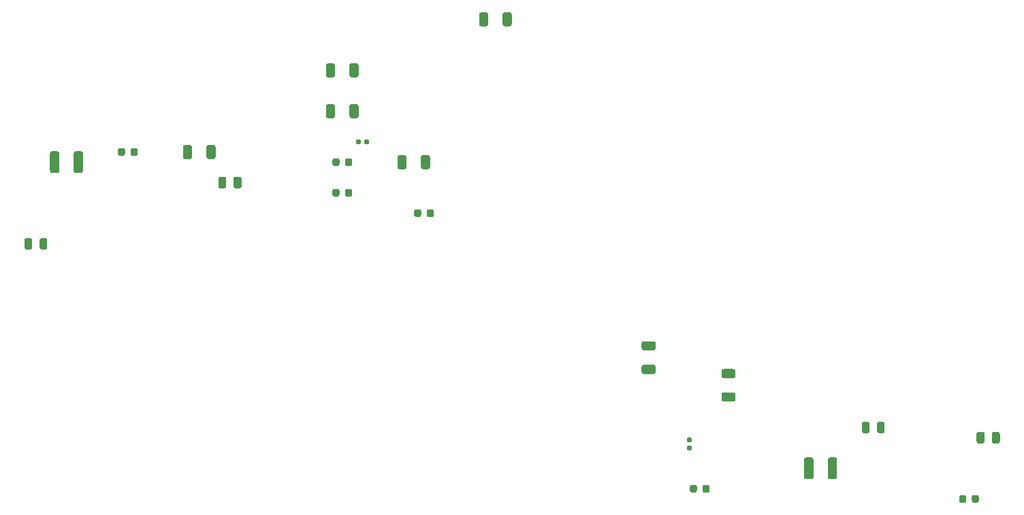
<source format=gbr>
%TF.GenerationSoftware,KiCad,Pcbnew,5.1.9*%
%TF.CreationDate,2021-04-08T17:50:56+05:30*%
%TF.ProjectId,protection,70726f74-6563-4746-996f-6e2e6b696361,rev?*%
%TF.SameCoordinates,Original*%
%TF.FileFunction,Paste,Top*%
%TF.FilePolarity,Positive*%
%FSLAX46Y46*%
G04 Gerber Fmt 4.6, Leading zero omitted, Abs format (unit mm)*
G04 Created by KiCad (PCBNEW 5.1.9) date 2021-04-08 17:50:56*
%MOMM*%
%LPD*%
G01*
G04 APERTURE LIST*
G04 APERTURE END LIST*
%TO.C,R1*%
G36*
G01*
X206384998Y-109042500D02*
X207635002Y-109042500D01*
G75*
G02*
X207885000Y-109292498I0J-249998D01*
G01*
X207885000Y-109917502D01*
G75*
G02*
X207635002Y-110167500I-249998J0D01*
G01*
X206384998Y-110167500D01*
G75*
G02*
X206135000Y-109917502I0J249998D01*
G01*
X206135000Y-109292498D01*
G75*
G02*
X206384998Y-109042500I249998J0D01*
G01*
G37*
G36*
G01*
X206384998Y-106117500D02*
X207635002Y-106117500D01*
G75*
G02*
X207885000Y-106367498I0J-249998D01*
G01*
X207885000Y-106992502D01*
G75*
G02*
X207635002Y-107242500I-249998J0D01*
G01*
X206384998Y-107242500D01*
G75*
G02*
X206135000Y-106992502I0J249998D01*
G01*
X206135000Y-106367498D01*
G75*
G02*
X206384998Y-106117500I249998J0D01*
G01*
G37*
%TD*%
%TO.C,R11*%
G36*
G01*
X152030000Y-83175002D02*
X152030000Y-81924998D01*
G75*
G02*
X152279998Y-81675000I249998J0D01*
G01*
X152905002Y-81675000D01*
G75*
G02*
X153155000Y-81924998I0J-249998D01*
G01*
X153155000Y-83175002D01*
G75*
G02*
X152905002Y-83425000I-249998J0D01*
G01*
X152279998Y-83425000D01*
G75*
G02*
X152030000Y-83175002I0J249998D01*
G01*
G37*
G36*
G01*
X149105000Y-83175002D02*
X149105000Y-81924998D01*
G75*
G02*
X149354998Y-81675000I249998J0D01*
G01*
X149980002Y-81675000D01*
G75*
G02*
X150230000Y-81924998I0J-249998D01*
G01*
X150230000Y-83175002D01*
G75*
G02*
X149980002Y-83425000I-249998J0D01*
G01*
X149354998Y-83425000D01*
G75*
G02*
X149105000Y-83175002I0J249998D01*
G01*
G37*
%TD*%
%TO.C,R9*%
G36*
G01*
X187060000Y-65414998D02*
X187060000Y-66665002D01*
G75*
G02*
X186810002Y-66915000I-249998J0D01*
G01*
X186184998Y-66915000D01*
G75*
G02*
X185935000Y-66665002I0J249998D01*
G01*
X185935000Y-65414998D01*
G75*
G02*
X186184998Y-65165000I249998J0D01*
G01*
X186810002Y-65165000D01*
G75*
G02*
X187060000Y-65414998I0J-249998D01*
G01*
G37*
G36*
G01*
X189985000Y-65414998D02*
X189985000Y-66665002D01*
G75*
G02*
X189735002Y-66915000I-249998J0D01*
G01*
X189109998Y-66915000D01*
G75*
G02*
X188860000Y-66665002I0J249998D01*
G01*
X188860000Y-65414998D01*
G75*
G02*
X189109998Y-65165000I249998J0D01*
G01*
X189735002Y-65165000D01*
G75*
G02*
X189985000Y-65414998I0J-249998D01*
G01*
G37*
%TD*%
%TO.C,R8*%
G36*
G01*
X175775000Y-84445002D02*
X175775000Y-83194998D01*
G75*
G02*
X176024998Y-82945000I249998J0D01*
G01*
X176650002Y-82945000D01*
G75*
G02*
X176900000Y-83194998I0J-249998D01*
G01*
X176900000Y-84445002D01*
G75*
G02*
X176650002Y-84695000I-249998J0D01*
G01*
X176024998Y-84695000D01*
G75*
G02*
X175775000Y-84445002I0J249998D01*
G01*
G37*
G36*
G01*
X178700000Y-84445002D02*
X178700000Y-83194998D01*
G75*
G02*
X178949998Y-82945000I249998J0D01*
G01*
X179575002Y-82945000D01*
G75*
G02*
X179825000Y-83194998I0J-249998D01*
G01*
X179825000Y-84445002D01*
G75*
G02*
X179575002Y-84695000I-249998J0D01*
G01*
X178949998Y-84695000D01*
G75*
G02*
X178700000Y-84445002I0J249998D01*
G01*
G37*
%TD*%
%TO.C,R6*%
G36*
G01*
X172230000Y-81095000D02*
X172230000Y-81465000D01*
G75*
G02*
X172095000Y-81600000I-135000J0D01*
G01*
X171825000Y-81600000D01*
G75*
G02*
X171690000Y-81465000I0J135000D01*
G01*
X171690000Y-81095000D01*
G75*
G02*
X171825000Y-80960000I135000J0D01*
G01*
X172095000Y-80960000D01*
G75*
G02*
X172230000Y-81095000I0J-135000D01*
G01*
G37*
G36*
G01*
X171210000Y-81095000D02*
X171210000Y-81465000D01*
G75*
G02*
X171075000Y-81600000I-135000J0D01*
G01*
X170805000Y-81600000D01*
G75*
G02*
X170670000Y-81465000I0J135000D01*
G01*
X170670000Y-81095000D01*
G75*
G02*
X170805000Y-80960000I135000J0D01*
G01*
X171075000Y-80960000D01*
G75*
G02*
X171210000Y-81095000I0J-135000D01*
G01*
G37*
%TD*%
%TO.C,R5*%
G36*
G01*
X211905000Y-119110000D02*
X212275000Y-119110000D01*
G75*
G02*
X212410000Y-119245000I0J-135000D01*
G01*
X212410000Y-119515000D01*
G75*
G02*
X212275000Y-119650000I-135000J0D01*
G01*
X211905000Y-119650000D01*
G75*
G02*
X211770000Y-119515000I0J135000D01*
G01*
X211770000Y-119245000D01*
G75*
G02*
X211905000Y-119110000I135000J0D01*
G01*
G37*
G36*
G01*
X211905000Y-118090000D02*
X212275000Y-118090000D01*
G75*
G02*
X212410000Y-118225000I0J-135000D01*
G01*
X212410000Y-118495000D01*
G75*
G02*
X212275000Y-118630000I-135000J0D01*
G01*
X211905000Y-118630000D01*
G75*
G02*
X211770000Y-118495000I0J135000D01*
G01*
X211770000Y-118225000D01*
G75*
G02*
X211905000Y-118090000I135000J0D01*
G01*
G37*
%TD*%
%TO.C,R4*%
G36*
G01*
X170935000Y-76844998D02*
X170935000Y-78095002D01*
G75*
G02*
X170685002Y-78345000I-249998J0D01*
G01*
X170059998Y-78345000D01*
G75*
G02*
X169810000Y-78095002I0J249998D01*
G01*
X169810000Y-76844998D01*
G75*
G02*
X170059998Y-76595000I249998J0D01*
G01*
X170685002Y-76595000D01*
G75*
G02*
X170935000Y-76844998I0J-249998D01*
G01*
G37*
G36*
G01*
X168010000Y-76844998D02*
X168010000Y-78095002D01*
G75*
G02*
X167760002Y-78345000I-249998J0D01*
G01*
X167134998Y-78345000D01*
G75*
G02*
X166885000Y-78095002I0J249998D01*
G01*
X166885000Y-76844998D01*
G75*
G02*
X167134998Y-76595000I249998J0D01*
G01*
X167760002Y-76595000D01*
G75*
G02*
X168010000Y-76844998I0J-249998D01*
G01*
G37*
%TD*%
%TO.C,R3*%
G36*
G01*
X217565002Y-110694440D02*
X216314998Y-110694440D01*
G75*
G02*
X216065000Y-110444442I0J249998D01*
G01*
X216065000Y-109819438D01*
G75*
G02*
X216314998Y-109569440I249998J0D01*
G01*
X217565002Y-109569440D01*
G75*
G02*
X217815000Y-109819438I0J-249998D01*
G01*
X217815000Y-110444442D01*
G75*
G02*
X217565002Y-110694440I-249998J0D01*
G01*
G37*
G36*
G01*
X217565002Y-113619440D02*
X216314998Y-113619440D01*
G75*
G02*
X216065000Y-113369442I0J249998D01*
G01*
X216065000Y-112744438D01*
G75*
G02*
X216314998Y-112494440I249998J0D01*
G01*
X217565002Y-112494440D01*
G75*
G02*
X217815000Y-112744438I0J-249998D01*
G01*
X217815000Y-113369442D01*
G75*
G02*
X217565002Y-113619440I-249998J0D01*
G01*
G37*
%TD*%
%TO.C,R2*%
G36*
G01*
X166885000Y-73015002D02*
X166885000Y-71764998D01*
G75*
G02*
X167134998Y-71515000I249998J0D01*
G01*
X167760002Y-71515000D01*
G75*
G02*
X168010000Y-71764998I0J-249998D01*
G01*
X168010000Y-73015002D01*
G75*
G02*
X167760002Y-73265000I-249998J0D01*
G01*
X167134998Y-73265000D01*
G75*
G02*
X166885000Y-73015002I0J249998D01*
G01*
G37*
G36*
G01*
X169810000Y-73015002D02*
X169810000Y-71764998D01*
G75*
G02*
X170059998Y-71515000I249998J0D01*
G01*
X170685002Y-71515000D01*
G75*
G02*
X170935000Y-71764998I0J-249998D01*
G01*
X170935000Y-73015002D01*
G75*
G02*
X170685002Y-73265000I-249998J0D01*
G01*
X170059998Y-73265000D01*
G75*
G02*
X169810000Y-73015002I0J249998D01*
G01*
G37*
%TD*%
%TO.C,D14*%
G36*
G01*
X131260000Y-94436250D02*
X131260000Y-93523750D01*
G75*
G02*
X131503750Y-93280000I243750J0D01*
G01*
X131991250Y-93280000D01*
G75*
G02*
X132235000Y-93523750I0J-243750D01*
G01*
X132235000Y-94436250D01*
G75*
G02*
X131991250Y-94680000I-243750J0D01*
G01*
X131503750Y-94680000D01*
G75*
G02*
X131260000Y-94436250I0J243750D01*
G01*
G37*
G36*
G01*
X129385000Y-94436250D02*
X129385000Y-93523750D01*
G75*
G02*
X129628750Y-93280000I243750J0D01*
G01*
X130116250Y-93280000D01*
G75*
G02*
X130360000Y-93523750I0J-243750D01*
G01*
X130360000Y-94436250D01*
G75*
G02*
X130116250Y-94680000I-243750J0D01*
G01*
X129628750Y-94680000D01*
G75*
G02*
X129385000Y-94436250I0J243750D01*
G01*
G37*
%TD*%
%TO.C,D13*%
G36*
G01*
X142590000Y-82806250D02*
X142590000Y-82293750D01*
G75*
G02*
X142808750Y-82075000I218750J0D01*
G01*
X143246250Y-82075000D01*
G75*
G02*
X143465000Y-82293750I0J-218750D01*
G01*
X143465000Y-82806250D01*
G75*
G02*
X143246250Y-83025000I-218750J0D01*
G01*
X142808750Y-83025000D01*
G75*
G02*
X142590000Y-82806250I0J218750D01*
G01*
G37*
G36*
G01*
X141015000Y-82806250D02*
X141015000Y-82293750D01*
G75*
G02*
X141233750Y-82075000I218750J0D01*
G01*
X141671250Y-82075000D01*
G75*
G02*
X141890000Y-82293750I0J-218750D01*
G01*
X141890000Y-82806250D01*
G75*
G02*
X141671250Y-83025000I-218750J0D01*
G01*
X141233750Y-83025000D01*
G75*
G02*
X141015000Y-82806250I0J218750D01*
G01*
G37*
%TD*%
%TO.C,D12*%
G36*
G01*
X235400000Y-117296250D02*
X235400000Y-116383750D01*
G75*
G02*
X235643750Y-116140000I243750J0D01*
G01*
X236131250Y-116140000D01*
G75*
G02*
X236375000Y-116383750I0J-243750D01*
G01*
X236375000Y-117296250D01*
G75*
G02*
X236131250Y-117540000I-243750J0D01*
G01*
X235643750Y-117540000D01*
G75*
G02*
X235400000Y-117296250I0J243750D01*
G01*
G37*
G36*
G01*
X233525000Y-117296250D02*
X233525000Y-116383750D01*
G75*
G02*
X233768750Y-116140000I243750J0D01*
G01*
X234256250Y-116140000D01*
G75*
G02*
X234500000Y-116383750I0J-243750D01*
G01*
X234500000Y-117296250D01*
G75*
G02*
X234256250Y-117540000I-243750J0D01*
G01*
X233768750Y-117540000D01*
G75*
G02*
X233525000Y-117296250I0J243750D01*
G01*
G37*
%TD*%
%TO.C,D10*%
G36*
G01*
X167685000Y-84076250D02*
X167685000Y-83563750D01*
G75*
G02*
X167903750Y-83345000I218750J0D01*
G01*
X168341250Y-83345000D01*
G75*
G02*
X168560000Y-83563750I0J-218750D01*
G01*
X168560000Y-84076250D01*
G75*
G02*
X168341250Y-84295000I-218750J0D01*
G01*
X167903750Y-84295000D01*
G75*
G02*
X167685000Y-84076250I0J218750D01*
G01*
G37*
G36*
G01*
X169260000Y-84076250D02*
X169260000Y-83563750D01*
G75*
G02*
X169478750Y-83345000I218750J0D01*
G01*
X169916250Y-83345000D01*
G75*
G02*
X170135000Y-83563750I0J-218750D01*
G01*
X170135000Y-84076250D01*
G75*
G02*
X169916250Y-84295000I-218750J0D01*
G01*
X169478750Y-84295000D01*
G75*
G02*
X169260000Y-84076250I0J218750D01*
G01*
G37*
%TD*%
%TO.C,D8*%
G36*
G01*
X167685000Y-87886250D02*
X167685000Y-87373750D01*
G75*
G02*
X167903750Y-87155000I218750J0D01*
G01*
X168341250Y-87155000D01*
G75*
G02*
X168560000Y-87373750I0J-218750D01*
G01*
X168560000Y-87886250D01*
G75*
G02*
X168341250Y-88105000I-218750J0D01*
G01*
X167903750Y-88105000D01*
G75*
G02*
X167685000Y-87886250I0J218750D01*
G01*
G37*
G36*
G01*
X169260000Y-87886250D02*
X169260000Y-87373750D01*
G75*
G02*
X169478750Y-87155000I218750J0D01*
G01*
X169916250Y-87155000D01*
G75*
G02*
X170135000Y-87373750I0J-218750D01*
G01*
X170135000Y-87886250D01*
G75*
G02*
X169916250Y-88105000I-218750J0D01*
G01*
X169478750Y-88105000D01*
G75*
G02*
X169260000Y-87886250I0J218750D01*
G01*
G37*
%TD*%
%TO.C,D7*%
G36*
G01*
X213710000Y-124716250D02*
X213710000Y-124203750D01*
G75*
G02*
X213928750Y-123985000I218750J0D01*
G01*
X214366250Y-123985000D01*
G75*
G02*
X214585000Y-124203750I0J-218750D01*
G01*
X214585000Y-124716250D01*
G75*
G02*
X214366250Y-124935000I-218750J0D01*
G01*
X213928750Y-124935000D01*
G75*
G02*
X213710000Y-124716250I0J218750D01*
G01*
G37*
G36*
G01*
X212135000Y-124716250D02*
X212135000Y-124203750D01*
G75*
G02*
X212353750Y-123985000I218750J0D01*
G01*
X212791250Y-123985000D01*
G75*
G02*
X213010000Y-124203750I0J-218750D01*
G01*
X213010000Y-124716250D01*
G75*
G02*
X212791250Y-124935000I-218750J0D01*
G01*
X212353750Y-124935000D01*
G75*
G02*
X212135000Y-124716250I0J218750D01*
G01*
G37*
%TD*%
%TO.C,D4*%
G36*
G01*
X177845000Y-90426250D02*
X177845000Y-89913750D01*
G75*
G02*
X178063750Y-89695000I218750J0D01*
G01*
X178501250Y-89695000D01*
G75*
G02*
X178720000Y-89913750I0J-218750D01*
G01*
X178720000Y-90426250D01*
G75*
G02*
X178501250Y-90645000I-218750J0D01*
G01*
X178063750Y-90645000D01*
G75*
G02*
X177845000Y-90426250I0J218750D01*
G01*
G37*
G36*
G01*
X179420000Y-90426250D02*
X179420000Y-89913750D01*
G75*
G02*
X179638750Y-89695000I218750J0D01*
G01*
X180076250Y-89695000D01*
G75*
G02*
X180295000Y-89913750I0J-218750D01*
G01*
X180295000Y-90426250D01*
G75*
G02*
X180076250Y-90645000I-218750J0D01*
G01*
X179638750Y-90645000D01*
G75*
G02*
X179420000Y-90426250I0J218750D01*
G01*
G37*
%TD*%
%TO.C,D3*%
G36*
G01*
X247212500Y-125986250D02*
X247212500Y-125473750D01*
G75*
G02*
X247431250Y-125255000I218750J0D01*
G01*
X247868750Y-125255000D01*
G75*
G02*
X248087500Y-125473750I0J-218750D01*
G01*
X248087500Y-125986250D01*
G75*
G02*
X247868750Y-126205000I-218750J0D01*
G01*
X247431250Y-126205000D01*
G75*
G02*
X247212500Y-125986250I0J218750D01*
G01*
G37*
G36*
G01*
X245637500Y-125986250D02*
X245637500Y-125473750D01*
G75*
G02*
X245856250Y-125255000I218750J0D01*
G01*
X246293750Y-125255000D01*
G75*
G02*
X246512500Y-125473750I0J-218750D01*
G01*
X246512500Y-125986250D01*
G75*
G02*
X246293750Y-126205000I-218750J0D01*
G01*
X245856250Y-126205000D01*
G75*
G02*
X245637500Y-125986250I0J218750D01*
G01*
G37*
%TD*%
%TO.C,C5*%
G36*
G01*
X155390000Y-86835000D02*
X155390000Y-85885000D01*
G75*
G02*
X155640000Y-85635000I250000J0D01*
G01*
X156140000Y-85635000D01*
G75*
G02*
X156390000Y-85885000I0J-250000D01*
G01*
X156390000Y-86835000D01*
G75*
G02*
X156140000Y-87085000I-250000J0D01*
G01*
X155640000Y-87085000D01*
G75*
G02*
X155390000Y-86835000I0J250000D01*
G01*
G37*
G36*
G01*
X153490000Y-86835000D02*
X153490000Y-85885000D01*
G75*
G02*
X153740000Y-85635000I250000J0D01*
G01*
X154240000Y-85635000D01*
G75*
G02*
X154490000Y-85885000I0J-250000D01*
G01*
X154490000Y-86835000D01*
G75*
G02*
X154240000Y-87085000I-250000J0D01*
G01*
X153740000Y-87085000D01*
G75*
G02*
X153490000Y-86835000I0J250000D01*
G01*
G37*
%TD*%
%TO.C,C4*%
G36*
G01*
X133720000Y-82719999D02*
X133720000Y-84920001D01*
G75*
G02*
X133470001Y-85170000I-249999J0D01*
G01*
X132819999Y-85170000D01*
G75*
G02*
X132570000Y-84920001I0J249999D01*
G01*
X132570000Y-82719999D01*
G75*
G02*
X132819999Y-82470000I249999J0D01*
G01*
X133470001Y-82470000D01*
G75*
G02*
X133720000Y-82719999I0J-249999D01*
G01*
G37*
G36*
G01*
X136670000Y-82719999D02*
X136670000Y-84920001D01*
G75*
G02*
X136420001Y-85170000I-249999J0D01*
G01*
X135769999Y-85170000D01*
G75*
G02*
X135520000Y-84920001I0J249999D01*
G01*
X135520000Y-82719999D01*
G75*
G02*
X135769999Y-82470000I249999J0D01*
G01*
X136420001Y-82470000D01*
G75*
G02*
X136670000Y-82719999I0J-249999D01*
G01*
G37*
%TD*%
%TO.C,C3*%
G36*
G01*
X249690000Y-118585000D02*
X249690000Y-117635000D01*
G75*
G02*
X249940000Y-117385000I250000J0D01*
G01*
X250440000Y-117385000D01*
G75*
G02*
X250690000Y-117635000I0J-250000D01*
G01*
X250690000Y-118585000D01*
G75*
G02*
X250440000Y-118835000I-250000J0D01*
G01*
X249940000Y-118835000D01*
G75*
G02*
X249690000Y-118585000I0J250000D01*
G01*
G37*
G36*
G01*
X247790000Y-118585000D02*
X247790000Y-117635000D01*
G75*
G02*
X248040000Y-117385000I250000J0D01*
G01*
X248540000Y-117385000D01*
G75*
G02*
X248790000Y-117635000I0J-250000D01*
G01*
X248790000Y-118585000D01*
G75*
G02*
X248540000Y-118835000I-250000J0D01*
G01*
X248040000Y-118835000D01*
G75*
G02*
X247790000Y-118585000I0J250000D01*
G01*
G37*
%TD*%
%TO.C,C2*%
G36*
G01*
X229295000Y-123020001D02*
X229295000Y-120819999D01*
G75*
G02*
X229544999Y-120570000I249999J0D01*
G01*
X230195001Y-120570000D01*
G75*
G02*
X230445000Y-120819999I0J-249999D01*
G01*
X230445000Y-123020001D01*
G75*
G02*
X230195001Y-123270000I-249999J0D01*
G01*
X229544999Y-123270000D01*
G75*
G02*
X229295000Y-123020001I0J249999D01*
G01*
G37*
G36*
G01*
X226345000Y-123020001D02*
X226345000Y-120819999D01*
G75*
G02*
X226594999Y-120570000I249999J0D01*
G01*
X227245001Y-120570000D01*
G75*
G02*
X227495000Y-120819999I0J-249999D01*
G01*
X227495000Y-123020001D01*
G75*
G02*
X227245001Y-123270000I-249999J0D01*
G01*
X226594999Y-123270000D01*
G75*
G02*
X226345000Y-123020001I0J249999D01*
G01*
G37*
%TD*%
M02*

</source>
